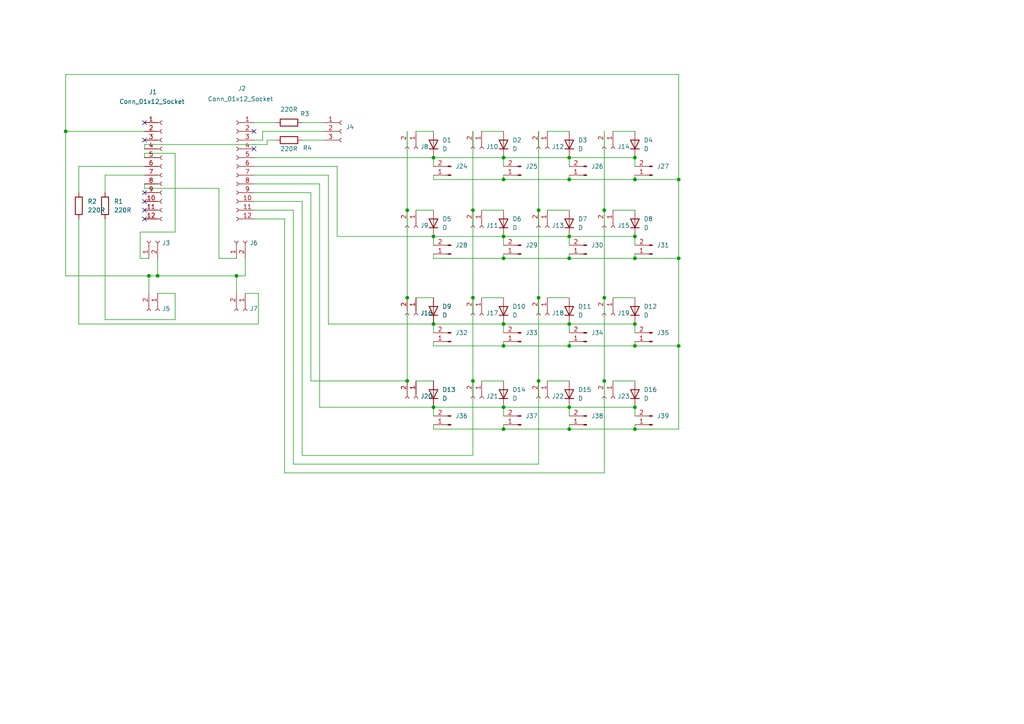
<source format=kicad_sch>
(kicad_sch (version 20231120) (generator "eeschema") (generator_version "8.0")
  (paper "A4")
  (lib_symbols
    (symbol "Connector:Conn_01x02_Pin" (pin_names (offset 1.016) hide)
      (property "Reference" "J" (at 0 2.54 0))
      (property "Value" "Conn_01x02_Pin" (at 0 -5.08 0))
      (symbol "Conn_01x02_Pin_1_1"
        (polyline (pts (xy 1.27 -2.54) (xy 0.8636 -2.54)) (stroke (width 0.1524)))
        (polyline (pts (xy 1.27 0) (xy 0.8636 0)) (stroke (width 0.1524)))
        (rectangle (start 0.8636 -2.413) (end 0 -2.667) (stroke (width 0.1524)) (fill (type outline)))
        (rectangle (start 0.8636 0.127) (end 0 -0.127) (stroke (width 0.1524)) (fill (type outline)))
        (pin passive line (at 5.08 0 180) (length 3.81) (name "Pin_1") (number "1"))
        (pin passive line (at 5.08 -2.54 180) (length 3.81) (name "Pin_2") (number "2"))
      )
    )
    (symbol "Connector:Conn_01x02_Socket" (pin_names (offset 1.016) hide)
      (property "Reference" "J" (at 0 2.54 0))
      (property "Value" "Conn_01x02_Socket" (at 0 -5.08 0))
      (symbol "Conn_01x02_Socket_1_1"
        (arc (start 0 -2.032) (mid -0.5058 -2.54) (end 0 -3.048) (stroke (width 0.1524)))
        (polyline (pts (xy -1.27 -2.54) (xy -0.508 -2.54)) (stroke (width 0.1524)))
        (polyline (pts (xy -1.27 0) (xy -0.508 0)) (stroke (width 0.1524)))
        (arc (start 0 0.508) (mid -0.5058 0) (end 0 -0.508) (stroke (width 0.1524)))
        (pin passive line (at -5.08 0 0) (length 3.81) (name "Pin_1") (number "1"))
        (pin passive line (at -5.08 -2.54 0) (length 3.81) (name "Pin_2") (number "2"))
      )
    )
    (symbol "Connector:Conn_01x03_Socket" (pin_names (offset 1.016) hide)
      (property "Reference" "J" (at 0 5.08 0))
      (property "Value" "Conn_01x03_Socket" (at 0 -5.08 0))
      (symbol "Conn_01x03_Socket_1_1"
        (arc (start 0 -2.032) (mid -0.5058 -2.54) (end 0 -3.048) (stroke (width 0.1524)))
        (polyline (pts (xy -1.27 -2.54) (xy -0.508 -2.54)) (stroke (width 0.1524)))
        (polyline (pts (xy -1.27 0) (xy -0.508 0)) (stroke (width 0.1524)))
        (polyline (pts (xy -1.27 2.54) (xy -0.508 2.54)) (stroke (width 0.1524)))
        (arc (start 0 0.508) (mid -0.5058 0) (end 0 -0.508) (stroke (width 0.1524)))
        (arc (start 0 3.048) (mid -0.5058 2.54) (end 0 2.032) (stroke (width 0.1524)))
        (pin passive line (at -5.08 2.54 0) (length 3.81) (name "Pin_1") (number "1"))
        (pin passive line (at -5.08 0 0) (length 3.81) (name "Pin_2") (number "2"))
        (pin passive line (at -5.08 -2.54 0) (length 3.81) (name "Pin_3") (number "3"))
      )
    )
    (symbol "Connector:Conn_01x12_Socket" (pin_names (offset 1.016) hide)
      (property "Reference" "J" (at 0 15.24 0))
      (property "Value" "Conn_01x12_Socket" (at 0 -17.78 0))
      (symbol "Conn_01x12_Socket_1_1"
        (arc (start 0 -14.732) (mid -0.5058 -15.24) (end 0 -15.748) (stroke (width 0.1524)))
        (arc (start 0 -12.192) (mid -0.5058 -12.7) (end 0 -13.208) (stroke (width 0.1524)))
        (arc (start 0 -9.652) (mid -0.5058 -10.16) (end 0 -10.668) (stroke (width 0.1524)))
        (arc (start 0 -7.112) (mid -0.5058 -7.62) (end 0 -8.128) (stroke (width 0.1524)))
        (arc (start 0 -4.572) (mid -0.5058 -5.08) (end 0 -5.588) (stroke (width 0.1524)))
        (arc (start 0 -2.032) (mid -0.5058 -2.54) (end 0 -3.048) (stroke (width 0.1524)))
        (polyline (pts (xy -1.27 -15.24) (xy -0.508 -15.24)) (stroke (width 0.1524)))
        (polyline (pts (xy -1.27 -12.7) (xy -0.508 -12.7)) (stroke (width 0.1524)))
        (polyline (pts (xy -1.27 -10.16) (xy -0.508 -10.16)) (stroke (width 0.1524)))
        (polyline (pts (xy -1.27 -7.62) (xy -0.508 -7.62)) (stroke (width 0.1524)))
        (polyline (pts (xy -1.27 -5.08) (xy -0.508 -5.08)) (stroke (width 0.1524)))
        (polyline (pts (xy -1.27 -2.54) (xy -0.508 -2.54)) (stroke (width 0.1524)))
        (polyline (pts (xy -1.27 0) (xy -0.508 0)) (stroke (width 0.1524)))
        (polyline (pts (xy -1.27 2.54) (xy -0.508 2.54)) (stroke (width 0.1524)))
        (polyline (pts (xy -1.27 5.08) (xy -0.508 5.08)) (stroke (width 0.1524)))
        (polyline (pts (xy -1.27 7.62) (xy -0.508 7.62)) (stroke (width 0.1524)))
        (polyline (pts (xy -1.27 10.16) (xy -0.508 10.16)) (stroke (width 0.1524)))
        (polyline (pts (xy -1.27 12.7) (xy -0.508 12.7)) (stroke (width 0.1524)))
        (arc (start 0 0.508) (mid -0.5058 0) (end 0 -0.508) (stroke (width 0.1524)))
        (arc (start 0 3.048) (mid -0.5058 2.54) (end 0 2.032) (stroke (width 0.1524)))
        (arc (start 0 5.588) (mid -0.5058 5.08) (end 0 4.572) (stroke (width 0.1524)))
        (arc (start 0 8.128) (mid -0.5058 7.62) (end 0 7.112) (stroke (width 0.1524)))
        (arc (start 0 10.668) (mid -0.5058 10.16) (end 0 9.652) (stroke (width 0.1524)))
        (arc (start 0 13.208) (mid -0.5058 12.7) (end 0 12.192) (stroke (width 0.1524)))
        (pin passive line (at -5.08 12.7 0) (length 3.81) (name "Pin_1") (number "1"))
        (pin passive line (at -5.08 -10.16 0) (length 3.81) (name "Pin_10") (number "10"))
        (pin passive line (at -5.08 -12.7 0) (length 3.81) (name "Pin_11") (number "11"))
        (pin passive line (at -5.08 -15.24 0) (length 3.81) (name "Pin_12") (number "12"))
        (pin passive line (at -5.08 10.16 0) (length 3.81) (name "Pin_2") (number "2"))
        (pin passive line (at -5.08 7.62 0) (length 3.81) (name "Pin_3") (number "3"))
        (pin passive line (at -5.08 5.08 0) (length 3.81) (name "Pin_4") (number "4"))
        (pin passive line (at -5.08 2.54 0) (length 3.81) (name "Pin_5") (number "5"))
        (pin passive line (at -5.08 0 0) (length 3.81) (name "Pin_6") (number "6"))
        (pin passive line (at -5.08 -2.54 0) (length 3.81) (name "Pin_7") (number "7"))
        (pin passive line (at -5.08 -5.08 0) (length 3.81) (name "Pin_8") (number "8"))
        (pin passive line (at -5.08 -7.62 0) (length 3.81) (name "Pin_9") (number "9"))
      )
    )
    (symbol "Device:D" (pin_numbers hide) (pin_names (offset 1.016) hide)
      (property "Reference" "D" (at 0 2.54 0))
      (property "Value" "D" (at 0 -2.54 0))
      (symbol "D_0_1"
        (polyline (pts (xy -1.27 1.27) (xy -1.27 -1.27)) (stroke (width 0.254)))
        (polyline (pts (xy 1.27 0) (xy -1.27 0)))
        (polyline (pts (xy 1.27 1.27) (xy 1.27 -1.27) (xy -1.27 0) (xy 1.27 1.27)) (stroke (width 0.254)))
      )
      (symbol "D_1_1"
        (pin passive line (at -3.81 0 0) (length 2.54) (name "K") (number "1"))
        (pin passive line (at 3.81 0 180) (length 2.54) (name "A") (number "2"))
      )
    )
    (symbol "Device:R" (pin_numbers hide) (pin_names (offset 0))
      (property "Reference" "R" (at 2.032 0 90))
      (property "Value" "R" (at 0 0 90))
      (symbol "R_0_1"
        (rectangle (start -1.016 -2.54) (end 1.016 2.54) (stroke (width 0.254)))
      )
      (symbol "R_1_1"
        (pin passive line (at 0 3.81 270) (length 1.27) (name "~") (number "1"))
        (pin passive line (at 0 -3.81 90) (length 1.27) (name "~") (number "2"))
      )
    )
  )
  (junction (at 184.15 100.33))
  (junction (at 68.58 80.01))
  (junction (at 156.21 60.96))
  (junction (at 196.85 52.07))
  (junction (at 125.73 45.72))
  (junction (at 137.16 60.96))
  (junction (at 156.21 110.49))
  (junction (at 165.1 45.72))
  (junction (at 146.05 118.11))
  (junction (at 137.16 86.36))
  (junction (at 45.72 80.01))
  (junction (at 196.85 74.93))
  (junction (at 165.1 100.33))
  (junction (at 165.1 124.46))
  (junction (at 146.05 124.46))
  (junction (at 184.15 118.11))
  (junction (at 184.15 68.58))
  (junction (at 184.15 74.93))
  (junction (at 184.15 45.72))
  (junction (at 165.1 74.93))
  (junction (at 184.15 52.07))
  (junction (at 125.73 118.11))
  (junction (at 118.11 86.36))
  (junction (at 146.05 93.98))
  (junction (at 184.15 124.46))
  (junction (at 165.1 52.07))
  (junction (at 125.73 93.98))
  (junction (at 165.1 68.58))
  (junction (at 146.05 45.72))
  (junction (at 146.05 74.93))
  (junction (at 175.26 110.49))
  (junction (at 156.21 86.36))
  (junction (at 137.16 110.49))
  (junction (at 146.05 100.33))
  (junction (at 125.73 68.58))
  (junction (at 175.26 86.36))
  (junction (at 19.05 38.1))
  (junction (at 118.11 110.49))
  (junction (at 43.18 80.01))
  (junction (at 165.1 93.98))
  (junction (at 165.1 118.11))
  (junction (at 146.05 68.58))
  (junction (at 196.85 100.33))
  (junction (at 184.15 93.98))
  (junction (at 118.11 60.96))
  (junction (at 175.26 60.96))
  (junction (at 146.05 52.07))
  (no_connect (at 41.91 60.96))
  (no_connect (at 73.66 38.1))
  (no_connect (at 41.91 55.88))
  (no_connect (at 41.91 58.42))
  (no_connect (at 41.91 40.64))
  (no_connect (at 73.66 43.18))
  (no_connect (at 41.91 35.56))
  (no_connect (at 41.91 63.5))
  (wire (pts (xy 125.73 73.66) (xy 125.73 74.93)))
  (wire (pts (xy 175.26 86.36) (xy 175.26 110.49)))
  (wire (pts (xy 77.47 41.91) (xy 41.91 41.91)))
  (wire (pts (xy 40.64 74.93) (xy 40.64 67.31)))
  (wire (pts (xy 184.15 124.46) (xy 196.85 124.46)))
  (wire (pts (xy 87.63 35.56) (xy 93.98 35.56)))
  (wire (pts (xy 22.86 63.5) (xy 22.86 93.98)))
  (wire (pts (xy 82.55 63.5) (xy 82.55 137.16)))
  (wire (pts (xy 146.05 50.8) (xy 146.05 52.07)))
  (wire (pts (xy 95.25 50.8) (xy 95.25 93.98)))
  (wire (pts (xy 71.12 85.09) (xy 74.93 85.09)))
  (wire (pts (xy 41.91 50.8) (xy 30.48 50.8)))
  (wire (pts (xy 184.15 45.72) (xy 184.15 48.26)))
  (wire (pts (xy 146.05 99.06) (xy 146.05 100.33)))
  (wire (pts (xy 196.85 100.33) (xy 196.85 74.93)))
  (wire (pts (xy 41.91 45.72) (xy 41.91 44.45)))
  (wire (pts (xy 73.66 45.72) (xy 125.73 45.72)))
  (wire (pts (xy 137.16 110.49) (xy 137.16 132.08)))
  (wire (pts (xy 175.26 60.96) (xy 175.26 86.36)))
  (wire (pts (xy 125.73 124.46) (xy 146.05 124.46)))
  (wire (pts (xy 165.1 45.72) (xy 184.15 45.72)))
  (wire (pts (xy 41.91 38.1) (xy 19.05 38.1)))
  (wire (pts (xy 146.05 52.07) (xy 165.1 52.07)))
  (wire (pts (xy 184.15 50.8) (xy 184.15 52.07)))
  (wire (pts (xy 93.98 38.1) (xy 76.2 38.1)))
  (wire (pts (xy 165.1 124.46) (xy 184.15 124.46)))
  (wire (pts (xy 165.1 73.66) (xy 165.1 74.93)))
  (wire (pts (xy 43.18 80.01) (xy 45.72 80.01)))
  (wire (pts (xy 184.15 100.33) (xy 196.85 100.33)))
  (wire (pts (xy 125.73 74.93) (xy 146.05 74.93)))
  (wire (pts (xy 146.05 118.11) (xy 146.05 120.65)))
  (wire (pts (xy 22.86 93.98) (xy 74.93 93.98)))
  (wire (pts (xy 71.12 74.93) (xy 71.12 80.01)))
  (wire (pts (xy 196.85 74.93) (xy 196.85 52.07)))
  (wire (pts (xy 177.8 110.49) (xy 184.15 110.49)))
  (wire (pts (xy 158.75 60.96) (xy 165.1 60.96)))
  (wire (pts (xy 139.7 60.96) (xy 146.05 60.96)))
  (wire (pts (xy 45.72 80.01) (xy 68.58 80.01)))
  (wire (pts (xy 146.05 68.58) (xy 165.1 68.58)))
  (wire (pts (xy 156.21 86.36) (xy 156.21 110.49)))
  (wire (pts (xy 41.91 53.34) (xy 41.91 54.61)))
  (wire (pts (xy 175.26 110.49) (xy 175.26 137.16)))
  (wire (pts (xy 97.79 48.26) (xy 97.79 68.58)))
  (wire (pts (xy 125.73 45.72) (xy 125.73 48.26)))
  (wire (pts (xy 85.09 60.96) (xy 73.66 60.96)))
  (wire (pts (xy 165.1 68.58) (xy 165.1 71.12)))
  (wire (pts (xy 184.15 123.19) (xy 184.15 124.46)))
  (wire (pts (xy 120.65 110.49) (xy 125.73 110.49)))
  (wire (pts (xy 41.91 44.45) (xy 50.8 44.45)))
  (wire (pts (xy 165.1 123.19) (xy 165.1 124.46)))
  (wire (pts (xy 177.8 38.1) (xy 184.15 38.1)))
  (wire (pts (xy 165.1 52.07) (xy 184.15 52.07)))
  (wire (pts (xy 77.47 40.64) (xy 77.47 41.91)))
  (wire (pts (xy 118.11 38.1) (xy 118.11 60.96)))
  (wire (pts (xy 19.05 21.59) (xy 19.05 38.1)))
  (wire (pts (xy 165.1 99.06) (xy 165.1 100.33)))
  (wire (pts (xy 87.63 40.64) (xy 93.98 40.64)))
  (wire (pts (xy 50.8 85.09) (xy 45.72 85.09)))
  (wire (pts (xy 146.05 100.33) (xy 165.1 100.33)))
  (wire (pts (xy 120.65 38.1) (xy 125.73 38.1)))
  (wire (pts (xy 95.25 93.98) (xy 125.73 93.98)))
  (wire (pts (xy 19.05 38.1) (xy 19.05 80.01)))
  (wire (pts (xy 120.65 86.36) (xy 125.73 86.36)))
  (wire (pts (xy 137.16 38.1) (xy 137.16 60.96)))
  (wire (pts (xy 76.2 40.64) (xy 73.66 40.64)))
  (wire (pts (xy 68.58 80.01) (xy 68.58 85.09)))
  (wire (pts (xy 137.16 60.96) (xy 137.16 86.36)))
  (wire (pts (xy 92.71 118.11) (xy 125.73 118.11)))
  (wire (pts (xy 125.73 123.19) (xy 125.73 124.46)))
  (wire (pts (xy 41.91 54.61) (xy 63.5 54.61)))
  (wire (pts (xy 73.66 35.56) (xy 80.01 35.56)))
  (wire (pts (xy 175.26 38.1) (xy 175.26 60.96)))
  (wire (pts (xy 165.1 100.33) (xy 184.15 100.33)))
  (wire (pts (xy 73.66 50.8) (xy 95.25 50.8)))
  (wire (pts (xy 146.05 45.72) (xy 146.05 48.26)))
  (wire (pts (xy 125.73 68.58) (xy 125.73 71.12)))
  (wire (pts (xy 90.17 55.88) (xy 90.17 110.49)))
  (wire (pts (xy 82.55 137.16) (xy 175.26 137.16)))
  (wire (pts (xy 68.58 80.01) (xy 71.12 80.01)))
  (wire (pts (xy 125.73 50.8) (xy 125.73 52.07)))
  (wire (pts (xy 85.09 134.62) (xy 156.21 134.62)))
  (wire (pts (xy 125.73 68.58) (xy 146.05 68.58)))
  (wire (pts (xy 41.91 41.91) (xy 41.91 43.18)))
  (wire (pts (xy 125.73 118.11) (xy 146.05 118.11)))
  (wire (pts (xy 165.1 50.8) (xy 165.1 52.07)))
  (wire (pts (xy 19.05 80.01) (xy 43.18 80.01)))
  (wire (pts (xy 73.66 53.34) (xy 92.71 53.34)))
  (wire (pts (xy 73.66 63.5) (xy 82.55 63.5)))
  (wire (pts (xy 165.1 118.11) (xy 184.15 118.11)))
  (wire (pts (xy 184.15 52.07) (xy 196.85 52.07)))
  (wire (pts (xy 184.15 93.98) (xy 184.15 96.52)))
  (wire (pts (xy 30.48 63.5) (xy 30.48 92.71)))
  (wire (pts (xy 118.11 60.96) (xy 118.11 86.36)))
  (wire (pts (xy 92.71 53.34) (xy 92.71 118.11)))
  (wire (pts (xy 125.73 100.33) (xy 146.05 100.33)))
  (wire (pts (xy 177.8 86.36) (xy 184.15 86.36)))
  (wire (pts (xy 22.86 48.26) (xy 22.86 55.88)))
  (wire (pts (xy 184.15 68.58) (xy 184.15 71.12)))
  (wire (pts (xy 139.7 38.1) (xy 146.05 38.1)))
  (wire (pts (xy 156.21 110.49) (xy 156.21 134.62)))
  (wire (pts (xy 85.09 60.96) (xy 85.09 134.62)))
  (wire (pts (xy 146.05 73.66) (xy 146.05 74.93)))
  (wire (pts (xy 196.85 124.46) (xy 196.85 100.33)))
  (wire (pts (xy 146.05 45.72) (xy 165.1 45.72)))
  (wire (pts (xy 146.05 123.19) (xy 146.05 124.46)))
  (wire (pts (xy 146.05 93.98) (xy 165.1 93.98)))
  (wire (pts (xy 125.73 99.06) (xy 125.73 100.33)))
  (wire (pts (xy 118.11 86.36) (xy 118.11 110.49)))
  (wire (pts (xy 125.73 93.98) (xy 146.05 93.98)))
  (wire (pts (xy 125.73 45.72) (xy 146.05 45.72)))
  (wire (pts (xy 40.64 67.31) (xy 50.8 67.31)))
  (wire (pts (xy 50.8 92.71) (xy 50.8 85.09)))
  (wire (pts (xy 73.66 55.88) (xy 90.17 55.88)))
  (wire (pts (xy 165.1 74.93) (xy 184.15 74.93)))
  (wire (pts (xy 30.48 50.8) (xy 30.48 55.88)))
  (wire (pts (xy 146.05 68.58) (xy 146.05 71.12)))
  (wire (pts (xy 125.73 52.07) (xy 146.05 52.07)))
  (wire (pts (xy 30.48 92.71) (xy 50.8 92.71)))
  (wire (pts (xy 139.7 86.36) (xy 146.05 86.36)))
  (wire (pts (xy 146.05 118.11) (xy 165.1 118.11)))
  (wire (pts (xy 87.63 132.08) (xy 137.16 132.08)))
  (wire (pts (xy 45.72 74.93) (xy 45.72 80.01)))
  (wire (pts (xy 76.2 38.1) (xy 76.2 40.64)))
  (wire (pts (xy 73.66 48.26) (xy 97.79 48.26)))
  (wire (pts (xy 63.5 54.61) (xy 63.5 74.93)))
  (wire (pts (xy 196.85 21.59) (xy 19.05 21.59)))
  (wire (pts (xy 74.93 85.09) (xy 74.93 93.98)))
  (wire (pts (xy 139.7 110.49) (xy 146.05 110.49)))
  (wire (pts (xy 80.01 40.64) (xy 77.47 40.64)))
  (wire (pts (xy 184.15 74.93) (xy 196.85 74.93)))
  (wire (pts (xy 120.65 60.96) (xy 125.73 60.96)))
  (wire (pts (xy 165.1 118.11) (xy 165.1 120.65)))
  (wire (pts (xy 196.85 52.07) (xy 196.85 21.59)))
  (wire (pts (xy 158.75 38.1) (xy 165.1 38.1)))
  (wire (pts (xy 125.73 118.11) (xy 125.73 120.65)))
  (wire (pts (xy 68.58 74.93) (xy 63.5 74.93)))
  (wire (pts (xy 137.16 86.36) (xy 137.16 110.49)))
  (wire (pts (xy 177.8 60.96) (xy 184.15 60.96)))
  (wire (pts (xy 146.05 124.46) (xy 165.1 124.46)))
  (wire (pts (xy 43.18 80.01) (xy 43.18 85.09)))
  (wire (pts (xy 165.1 93.98) (xy 184.15 93.98)))
  (wire (pts (xy 165.1 45.72) (xy 165.1 48.26)))
  (wire (pts (xy 125.73 93.98) (xy 125.73 96.52)))
  (wire (pts (xy 165.1 68.58) (xy 184.15 68.58)))
  (wire (pts (xy 43.18 74.93) (xy 40.64 74.93)))
  (wire (pts (xy 184.15 73.66) (xy 184.15 74.93)))
  (wire (pts (xy 165.1 93.98) (xy 165.1 96.52)))
  (wire (pts (xy 87.63 58.42) (xy 87.63 132.08)))
  (wire (pts (xy 184.15 118.11) (xy 184.15 120.65)))
  (wire (pts (xy 184.15 99.06) (xy 184.15 100.33)))
  (wire (pts (xy 146.05 74.93) (xy 165.1 74.93)))
  (wire (pts (xy 146.05 93.98) (xy 146.05 96.52)))
  (wire (pts (xy 50.8 44.45) (xy 50.8 67.31)))
  (wire (pts (xy 156.21 60.96) (xy 156.21 86.36)))
  (wire (pts (xy 156.21 38.1) (xy 156.21 60.96)))
  (wire (pts (xy 90.17 110.49) (xy 118.11 110.49)))
  (wire (pts (xy 73.66 58.42) (xy 87.63 58.42)))
  (wire (pts (xy 158.75 86.36) (xy 165.1 86.36)))
  (wire (pts (xy 158.75 110.49) (xy 165.1 110.49)))
  (wire (pts (xy 41.91 48.26) (xy 22.86 48.26)))
  (wire (pts (xy 97.79 68.58) (xy 125.73 68.58)))
  (symbol (lib_id "Device:R") (at 30.48 59.69 0) (unit 1)
    (property "Reference" "R1" (at 33.02 58.4199 0) (effects (justify left)))
    (property "Value" "220R" (at 33.02 60.9599 0) (effects (justify left)))
    (property "Footprint" "Resistor_THT:R_Axial_DIN0204_L3.6mm_D1.6mm_P5.08mm_Horizontal" (effects (hide yes)))
    (property "Description" "Resistor" (effects (hide yes)))
  )
  (symbol (lib_id "Connector:Conn_01x02_Socket") (at 139.7 43.18 270) (unit 1)
    (property "Reference" "J10" (at 140.97 42.5449 90) (effects (justify left)))
    (property "Value" "Conn_01x02_Socket" (effects (hide yes)))
    (property "Footprint" "Connector_JST:JST_EH_B2B-EH-A_1x02_P2.50mm_Vertical" (effects (hide yes)))
    (property "Description" "Generic connector, single row, 01x02, script generated" (effects (hide yes)))
  )
  (symbol (lib_id "Connector:Conn_01x02_Socket") (at 45.72 90.17 270) (unit 1)
    (property "Reference" "J5" (at 46.99 89.5349 90) (effects (justify left)))
    (property "Value" "Conn_01x02_Socket" (effects (hide yes)))
    (property "Footprint" "Connector_JST:JST_EH_B2B-EH-A_1x02_P2.50mm_Vertical" (effects (hide yes)))
    (property "Description" "Generic connector, single row, 01x02, script generated" (effects (hide yes)))
  )
  (symbol (lib_id "Connector:Conn_01x02_Pin") (at 151.13 99.06 180) (unit 1)
    (property "Reference" "J33" (at 152.4 96.5199 0) (effects (justify right)))
    (property "Value" "Conn_01x02_Pin" (effects (hide yes)))
    (property "Footprint" "Connector_PinSocket_2.54mm:PinSocket_1x02_P2.54mm_Vertical" (effects (hide yes)))
    (property "Description" "Generic connector, single row, 01x02, script generated" (effects (hide yes)))
  )
  (symbol (lib_id "Connector:Conn_01x02_Pin") (at 189.23 99.06 180) (unit 1)
    (property "Reference" "J35" (at 190.5 96.5199 0) (effects (justify right)))
    (property "Value" "Conn_01x02_Pin" (effects (hide yes)))
    (property "Footprint" "Connector_PinSocket_2.54mm:PinSocket_1x02_P2.54mm_Vertical" (effects (hide yes)))
    (property "Description" "Generic connector, single row, 01x02, script generated" (effects (hide yes)))
  )
  (symbol (lib_id "Device:R") (at 22.86 59.69 0) (unit 1)
    (property "Reference" "R2" (at 25.4 58.4199 0) (effects (justify left)))
    (property "Value" "220R" (at 25.4 60.9599 0) (effects (justify left)))
    (property "Footprint" "Resistor_THT:R_Axial_DIN0204_L3.6mm_D1.6mm_P5.08mm_Horizontal" (effects (hide yes)))
    (property "Description" "Resistor" (effects (hide yes)))
  )
  (symbol (lib_id "Connector:Conn_01x02_Socket") (at 71.12 90.17 270) (unit 1)
    (property "Reference" "J7" (at 72.39 89.5349 90) (effects (justify left)))
    (property "Value" "Conn_01x02_Socket" (effects (hide yes)))
    (property "Footprint" "Connector_JST:JST_EH_B2B-EH-A_1x02_P2.50mm_Vertical" (effects (hide yes)))
    (property "Description" "Generic connector, single row, 01x02, script generated" (effects (hide yes)))
  )
  (symbol (lib_id "Connector:Conn_01x02_Pin") (at 189.23 123.19 180) (unit 1)
    (property "Reference" "J39" (at 190.5 120.6499 0) (effects (justify right)))
    (property "Value" "Conn_01x02_Pin" (effects (hide yes)))
    (property "Footprint" "Connector_PinSocket_2.54mm:PinSocket_1x02_P2.54mm_Vertical" (effects (hide yes)))
    (property "Description" "Generic connector, single row, 01x02, script generated" (effects (hide yes)))
  )
  (symbol (lib_id "Connector:Conn_01x02_Pin") (at 189.23 50.8 180) (unit 1)
    (property "Reference" "J27" (at 190.5 48.2599 0) (effects (justify right)))
    (property "Value" "Conn_01x02_Pin" (effects (hide yes)))
    (property "Footprint" "Connector_PinSocket_2.54mm:PinSocket_1x02_P2.54mm_Vertical" (effects (hide yes)))
    (property "Description" "Generic connector, single row, 01x02, script generated" (effects (hide yes)))
  )
  (symbol (lib_id "Device:D") (at 125.73 90.17 90) (unit 1)
    (property "Reference" "D9" (at 128.27 88.8999 90) (effects (justify right)))
    (property "Value" "D" (at 128.27 91.4399 90) (effects (justify right)))
    (property "Footprint" "Diode_THT:D_T-1_P5.08mm_Horizontal" (effects (hide yes)))
    (property "Description" "Diode" (effects (hide yes)))
    (property "Sim.Device" "D" (effects (hide yes)))
    (property "Sim.Pins" "1=K 2=A" (effects (hide yes)))
  )
  (symbol (lib_id "Connector:Conn_01x02_Socket") (at 120.65 91.44 270) (unit 1)
    (property "Reference" "J16" (at 121.92 90.8049 90) (effects (justify left)))
    (property "Value" "Conn_01x02_Socket" (effects (hide yes)))
    (property "Footprint" "Connector_JST:JST_EH_B2B-EH-A_1x02_P2.50mm_Vertical" (effects (hide yes)))
    (property "Description" "Generic connector, single row, 01x02, script generated" (effects (hide yes)))
  )
  (symbol (lib_id "Device:R") (at 83.82 35.56 90) (unit 1)
    (property "Reference" "R3" (at 88.392 33.02 90))
    (property "Value" "220R" (at 83.82 31.75 90))
    (property "Footprint" "Resistor_THT:R_Axial_DIN0204_L3.6mm_D1.6mm_P5.08mm_Horizontal" (effects (hide yes)))
    (property "Description" "Resistor" (effects (hide yes)))
  )
  (symbol (lib_id "Connector:Conn_01x02_Socket") (at 68.58 69.85 90) (unit 1)
    (property "Reference" "J6" (at 72.39 70.4849 90) (effects (justify right)))
    (property "Value" "Conn_01x02_Socket" (effects (hide yes)))
    (property "Footprint" "Connector_JST:JST_EH_B2B-EH-A_1x02_P2.50mm_Vertical" (effects (hide yes)))
    (property "Description" "Generic connector, single row, 01x02, script generated" (effects (hide yes)))
  )
  (symbol (lib_id "Connector:Conn_01x12_Socket") (at 68.58 48.26 0) (mirror y) (unit 1)
    (property "Reference" "J2" (at 71.374 25.654 0) (effects (justify left)))
    (property "Value" "Conn_01x12_Socket" (at 79.248 28.702 0) (effects (justify left)))
    (property "Footprint" "Connector_PinSocket_2.54mm:PinSocket_1x12_P2.54mm_Vertical" (effects (hide yes)))
    (property "Description" "Generic connector, single row, 01x12, script generated" (effects (hide yes)))
  )
  (symbol (lib_id "Connector:Conn_01x02_Socket") (at 177.8 91.44 270) (unit 1)
    (property "Reference" "J19" (at 179.07 90.8049 90) (effects (justify left)))
    (property "Value" "Conn_01x02_Socket" (effects (hide yes)))
    (property "Footprint" "Connector_JST:JST_EH_B2B-EH-A_1x02_P2.50mm_Vertical" (effects (hide yes)))
    (property "Description" "Generic connector, single row, 01x02, script generated" (effects (hide yes)))
  )
  (symbol (lib_id "Connector:Conn_01x02_Pin") (at 189.23 73.66 180) (unit 1)
    (property "Reference" "J31" (at 190.5 71.1199 0) (effects (justify right)))
    (property "Value" "Conn_01x02_Pin" (effects (hide yes)))
    (property "Footprint" "Connector_PinSocket_2.54mm:PinSocket_1x02_P2.54mm_Vertical" (effects (hide yes)))
    (property "Description" "Generic connector, single row, 01x02, script generated" (effects (hide yes)))
  )
  (symbol (lib_id "Device:D") (at 146.05 114.3 90) (unit 1)
    (property "Reference" "D14" (at 148.59 113.0299 90) (effects (justify right)))
    (property "Value" "D" (at 148.59 115.5699 90) (effects (justify right)))
    (property "Footprint" "Diode_THT:D_T-1_P5.08mm_Horizontal" (effects (hide yes)))
    (property "Description" "Diode" (effects (hide yes)))
    (property "Sim.Device" "D" (effects (hide yes)))
    (property "Sim.Pins" "1=K 2=A" (effects (hide yes)))
  )
  (symbol (lib_id "Connector:Conn_01x02_Socket") (at 177.8 115.57 270) (unit 1)
    (property "Reference" "J23" (at 179.07 114.9349 90) (effects (justify left)))
    (property "Value" "Conn_01x02_Socket" (effects (hide yes)))
    (property "Footprint" "Connector_JST:JST_EH_B2B-EH-A_1x02_P2.50mm_Vertical" (effects (hide yes)))
    (property "Description" "Generic connector, single row, 01x02, script generated" (effects (hide yes)))
  )
  (symbol (lib_id "Connector:Conn_01x02_Socket") (at 177.8 66.04 270) (unit 1)
    (property "Reference" "J15" (at 179.07 65.4049 90) (effects (justify left)))
    (property "Value" "Conn_01x02_Socket" (effects (hide yes)))
    (property "Footprint" "Connector_JST:JST_EH_B2B-EH-A_1x02_P2.50mm_Vertical" (effects (hide yes)))
    (property "Description" "Generic connector, single row, 01x02, script generated" (effects (hide yes)))
  )
  (symbol (lib_id "Connector:Conn_01x02_Socket") (at 120.65 43.18 270) (unit 1)
    (property "Reference" "J8" (at 121.92 42.5449 90) (effects (justify left)))
    (property "Value" "Conn_01x02_Socket" (effects (hide yes)))
    (property "Footprint" "Connector_JST:JST_EH_B2B-EH-A_1x02_P2.50mm_Vertical" (effects (hide yes)))
    (property "Description" "Generic connector, single row, 01x02, script generated" (effects (hide yes)))
  )
  (symbol (lib_id "Device:D") (at 165.1 64.77 90) (unit 1)
    (property "Reference" "D7" (at 167.64 63.4999 90) (effects (justify right)))
    (property "Value" "D" (at 167.64 66.0399 90) (effects (justify right)))
    (property "Footprint" "Diode_THT:D_T-1_P5.08mm_Horizontal" (effects (hide yes)))
    (property "Description" "Diode" (effects (hide yes)))
    (property "Sim.Device" "D" (effects (hide yes)))
    (property "Sim.Pins" "1=K 2=A" (effects (hide yes)))
  )
  (symbol (lib_id "Connector:Conn_01x02_Pin") (at 130.81 123.19 180) (unit 1)
    (property "Reference" "J36" (at 132.08 120.6499 0) (effects (justify right)))
    (property "Value" "Conn_01x02_Pin" (effects (hide yes)))
    (property "Footprint" "Connector_PinSocket_2.54mm:PinSocket_1x02_P2.54mm_Vertical" (effects (hide yes)))
    (property "Description" "Generic connector, single row, 01x02, script generated" (effects (hide yes)))
  )
  (symbol (lib_id "Device:D") (at 125.73 64.77 90) (unit 1)
    (property "Reference" "D5" (at 128.27 63.4999 90) (effects (justify right)))
    (property "Value" "D" (at 128.27 66.0399 90) (effects (justify right)))
    (property "Footprint" "Diode_THT:D_T-1_P5.08mm_Horizontal" (effects (hide yes)))
    (property "Description" "Diode" (effects (hide yes)))
    (property "Sim.Device" "D" (effects (hide yes)))
    (property "Sim.Pins" "1=K 2=A" (effects (hide yes)))
  )
  (symbol (lib_id "Connector:Conn_01x02_Pin") (at 151.13 50.8 180) (unit 1)
    (property "Reference" "J25" (at 152.4 48.2599 0) (effects (justify right)))
    (property "Value" "Conn_01x02_Pin" (effects (hide yes)))
    (property "Footprint" "Connector_PinSocket_2.54mm:PinSocket_1x02_P2.54mm_Vertical" (effects (hide yes)))
    (property "Description" "Generic connector, single row, 01x02, script generated" (effects (hide yes)))
  )
  (symbol (lib_id "Connector:Conn_01x02_Pin") (at 151.13 73.66 180) (unit 1)
    (property "Reference" "J29" (at 152.4 71.1199 0) (effects (justify right)))
    (property "Value" "Conn_01x02_Pin" (effects (hide yes)))
    (property "Footprint" "Connector_PinSocket_2.54mm:PinSocket_1x02_P2.54mm_Vertical" (effects (hide yes)))
    (property "Description" "Generic connector, single row, 01x02, script generated" (effects (hide yes)))
  )
  (symbol (lib_id "Connector:Conn_01x03_Socket") (at 99.06 38.1 0) (unit 1)
    (property "Reference" "J4" (at 100.33 36.8299 0) (effects (justify left)))
    (property "Value" "Conn_01x03_Socket" (effects (hide yes)))
    (property "Footprint" "Connector_JST:JST_EH_B3B-EH-A_1x03_P2.50mm_Vertical" (effects (hide yes)))
    (property "Description" "Generic connector, single row, 01x03, script generated" (effects (hide yes)))
  )
  (symbol (lib_id "Device:D") (at 184.15 90.17 90) (unit 1)
    (property "Reference" "D12" (at 186.69 88.8999 90) (effects (justify right)))
    (property "Value" "D" (at 186.69 91.4399 90) (effects (justify right)))
    (property "Footprint" "Diode_THT:D_T-1_P5.08mm_Horizontal" (effects (hide yes)))
    (property "Description" "Diode" (effects (hide yes)))
    (property "Sim.Device" "D" (effects (hide yes)))
    (property "Sim.Pins" "1=K 2=A" (effects (hide yes)))
  )
  (symbol (lib_id "Device:D") (at 165.1 90.17 90) (unit 1)
    (property "Reference" "D11" (at 167.64 88.8999 90) (effects (justify right)))
    (property "Value" "D" (at 167.64 91.4399 90) (effects (justify right)))
    (property "Footprint" "Diode_THT:D_T-1_P5.08mm_Horizontal" (effects (hide yes)))
    (property "Description" "Diode" (effects (hide yes)))
    (property "Sim.Device" "D" (effects (hide yes)))
    (property "Sim.Pins" "1=K 2=A" (effects (hide yes)))
  )
  (symbol (lib_id "Connector:Conn_01x02_Socket") (at 139.7 91.44 270) (unit 1)
    (property "Reference" "J17" (at 140.97 90.8049 90) (effects (justify left)))
    (property "Value" "Conn_01x02_Socket" (effects (hide yes)))
    (property "Footprint" "Connector_JST:JST_EH_B2B-EH-A_1x02_P2.50mm_Vertical" (effects (hide yes)))
    (property "Description" "Generic connector, single row, 01x02, script generated" (effects (hide yes)))
  )
  (symbol (lib_id "Device:D") (at 125.73 41.91 90) (unit 1)
    (property "Reference" "D1" (at 128.27 40.6399 90) (effects (justify right)))
    (property "Value" "D" (at 128.27 43.1799 90) (effects (justify right)))
    (property "Footprint" "Diode_THT:D_T-1_P5.08mm_Horizontal" (effects (hide yes)))
    (property "Description" "Diode" (effects (hide yes)))
    (property "Sim.Device" "D" (effects (hide yes)))
    (property "Sim.Pins" "1=K 2=A" (effects (hide yes)))
  )
  (symbol (lib_id "Connector:Conn_01x02_Socket") (at 120.65 66.04 270) (unit 1)
    (property "Reference" "J9" (at 121.92 65.4049 90) (effects (justify left)))
    (property "Value" "Conn_01x02_Socket" (effects (hide yes)))
    (property "Footprint" "Connector_JST:JST_EH_B2B-EH-A_1x02_P2.50mm_Vertical" (effects (hide yes)))
    (property "Description" "Generic connector, single row, 01x02, script generated" (effects (hide yes)))
  )
  (symbol (lib_id "Connector:Conn_01x02_Pin") (at 170.18 99.06 180) (unit 1)
    (property "Reference" "J34" (at 171.45 96.5199 0) (effects (justify right)))
    (property "Value" "Conn_01x02_Pin" (effects (hide yes)))
    (property "Footprint" "Connector_PinSocket_2.54mm:PinSocket_1x02_P2.54mm_Vertical" (effects (hide yes)))
    (property "Description" "Generic connector, single row, 01x02, script generated" (effects (hide yes)))
  )
  (symbol (lib_id "Device:D") (at 146.05 41.91 90) (unit 1)
    (property "Reference" "D2" (at 148.59 40.6399 90) (effects (justify right)))
    (property "Value" "D" (at 148.59 43.1799 90) (effects (justify right)))
    (property "Footprint" "Diode_THT:D_T-1_P5.08mm_Horizontal" (effects (hide yes)))
    (property "Description" "Diode" (effects (hide yes)))
    (property "Sim.Device" "D" (effects (hide yes)))
    (property "Sim.Pins" "1=K 2=A" (effects (hide yes)))
  )
  (symbol (lib_id "Connector:Conn_01x02_Socket") (at 120.65 115.57 270) (unit 1)
    (property "Reference" "J20" (at 121.92 114.9349 90) (effects (justify left)))
    (property "Value" "Conn_01x02_Socket" (effects (hide yes)))
    (property "Footprint" "Connector_JST:JST_EH_B2B-EH-A_1x02_P2.50mm_Vertical" (effects (hide yes)))
    (property "Description" "Generic connector, single row, 01x02, script generated" (effects (hide yes)))
  )
  (symbol (lib_id "Connector:Conn_01x02_Socket") (at 139.7 66.04 270) (unit 1)
    (property "Reference" "J11" (at 140.97 65.4049 90) (effects (justify left)))
    (property "Value" "Conn_01x02_Socket" (effects (hide yes)))
    (property "Footprint" "Connector_JST:JST_EH_B2B-EH-A_1x02_P2.50mm_Vertical" (effects (hide yes)))
    (property "Description" "Generic connector, single row, 01x02, script generated" (effects (hide yes)))
  )
  (symbol (lib_id "Connector:Conn_01x02_Pin") (at 170.18 123.19 180) (unit 1)
    (property "Reference" "J38" (at 171.45 120.6499 0) (effects (justify right)))
    (property "Value" "Conn_01x02_Pin" (effects (hide yes)))
    (property "Footprint" "Connector_PinSocket_2.54mm:PinSocket_1x02_P2.54mm_Vertical" (effects (hide yes)))
    (property "Description" "Generic connector, single row, 01x02, script generated" (effects (hide yes)))
  )
  (symbol (lib_id "Connector:Conn_01x02_Socket") (at 158.75 43.18 270) (unit 1)
    (property "Reference" "J12" (at 160.02 42.5449 90) (effects (justify left)))
    (property "Value" "Conn_01x02_Socket" (effects (hide yes)))
    (property "Footprint" "Connector_JST:JST_EH_B2B-EH-A_1x02_P2.50mm_Vertical" (effects (hide yes)))
    (property "Description" "Generic connector, single row, 01x02, script generated" (effects (hide yes)))
  )
  (symbol (lib_id "Device:D") (at 184.15 64.77 90) (unit 1)
    (property "Reference" "D8" (at 186.69 63.4999 90) (effects (justify right)))
    (property "Value" "D" (at 186.69 66.0399 90) (effects (justify right)))
    (property "Footprint" "Diode_THT:D_T-1_P5.08mm_Horizontal" (effects (hide yes)))
    (property "Description" "Diode" (effects (hide yes)))
    (property "Sim.Device" "D" (effects (hide yes)))
    (property "Sim.Pins" "1=K 2=A" (effects (hide yes)))
  )
  (symbol (lib_id "Device:D") (at 184.15 114.3 90) (unit 1)
    (property "Reference" "D16" (at 186.69 113.0299 90) (effects (justify right)))
    (property "Value" "D" (at 186.69 115.5699 90) (effects (justify right)))
    (property "Footprint" "Diode_THT:D_T-1_P5.08mm_Horizontal" (effects (hide yes)))
    (property "Description" "Diode" (effects (hide yes)))
    (property "Sim.Device" "D" (effects (hide yes)))
    (property "Sim.Pins" "1=K 2=A" (effects (hide yes)))
  )
  (symbol (lib_id "Device:D") (at 165.1 114.3 90) (unit 1)
    (property "Reference" "D15" (at 167.64 113.0299 90) (effects (justify right)))
    (property "Value" "D" (at 167.64 115.5699 90) (effects (justify right)))
    (property "Footprint" "Diode_THT:D_T-1_P5.08mm_Horizontal" (effects (hide yes)))
    (property "Description" "Diode" (effects (hide yes)))
    (property "Sim.Device" "D" (effects (hide yes)))
    (property "Sim.Pins" "1=K 2=A" (effects (hide yes)))
  )
  (symbol (lib_id "Connector:Conn_01x02_Socket") (at 139.7 115.57 270) (unit 1)
    (property "Reference" "J21" (at 140.97 114.9349 90) (effects (justify left)))
    (property "Value" "Conn_01x02_Socket" (effects (hide yes)))
    (property "Footprint" "Connector_JST:JST_EH_B2B-EH-A_1x02_P2.50mm_Vertical" (effects (hide yes)))
    (property "Description" "Generic connector, single row, 01x02, script generated" (effects (hide yes)))
  )
  (symbol (lib_id "Connector:Conn_01x02_Pin") (at 170.18 73.66 180) (unit 1)
    (property "Reference" "J30" (at 171.45 71.1199 0) (effects (justify right)))
    (property "Value" "Conn_01x02_Pin" (effects (hide yes)))
    (property "Footprint" "Connector_PinSocket_2.54mm:PinSocket_1x02_P2.54mm_Vertical" (effects (hide yes)))
    (property "Description" "Generic connector, single row, 01x02, script generated" (effects (hide yes)))
  )
  (symbol (lib_id "Connector:Conn_01x02_Pin") (at 130.81 99.06 180) (unit 1)
    (property "Reference" "J32" (at 132.08 96.5199 0) (effects (justify right)))
    (property "Value" "Conn_01x02_Pin" (effects (hide yes)))
    (property "Footprint" "Connector_PinSocket_2.54mm:PinSocket_1x02_P2.54mm_Vertical" (effects (hide yes)))
    (property "Description" "Generic connector, single row, 01x02, script generated" (effects (hide yes)))
  )
  (symbol (lib_id "Connector:Conn_01x02_Socket") (at 158.75 91.44 270) (unit 1)
    (property "Reference" "J18" (at 160.02 90.8049 90) (effects (justify left)))
    (property "Value" "Conn_01x02_Socket" (effects (hide yes)))
    (property "Footprint" "Connector_JST:JST_EH_B2B-EH-A_1x02_P2.50mm_Vertical" (effects (hide yes)))
    (property "Description" "Generic connector, single row, 01x02, script generated" (effects (hide yes)))
  )
  (symbol (lib_id "Device:D") (at 125.73 114.3 90) (unit 1)
    (property "Reference" "D13" (at 128.27 113.0299 90) (effects (justify right)))
    (property "Value" "D" (at 128.27 115.5699 90) (effects (justify right)))
    (property "Footprint" "Diode_THT:D_T-1_P5.08mm_Horizontal" (effects (hide yes)))
    (property "Description" "Diode" (effects (hide yes)))
    (property "Sim.Device" "D" (effects (hide yes)))
    (property "Sim.Pins" "1=K 2=A" (effects (hide yes)))
  )
  (symbol (lib_id "Device:R") (at 83.82 40.64 90) (unit 1)
    (property "Reference" "R4" (at 89.154 42.926 90))
    (property "Value" "220R" (at 83.82 43.18 90))
    (property "Footprint" "Resistor_THT:R_Axial_DIN0204_L3.6mm_D1.6mm_P5.08mm_Horizontal" (effects (hide yes)))
    (property "Description" "Resistor" (effects (hide yes)))
  )
  (symbol (lib_id "Connector:Conn_01x02_Socket") (at 158.75 115.57 270) (unit 1)
    (property "Reference" "J22" (at 160.02 114.9349 90) (effects (justify left)))
    (property "Value" "Conn_01x02_Socket" (effects (hide yes)))
    (property "Footprint" "Connector_JST:JST_EH_B2B-EH-A_1x02_P2.50mm_Vertical" (effects (hide yes)))
    (property "Description" "Generic connector, single row, 01x02, script generated" (effects (hide yes)))
  )
  (symbol (lib_id "Device:D") (at 184.15 41.91 90) (unit 1)
    (property "Reference" "D4" (at 186.69 40.6399 90) (effects (justify right)))
    (property "Value" "D" (at 186.69 43.1799 90) (effects (justify right)))
    (property "Footprint" "Diode_THT:D_T-1_P5.08mm_Horizontal" (effects (hide yes)))
    (property "Description" "Diode" (effects (hide yes)))
    (property "Sim.Device" "D" (effects (hide yes)))
    (property "Sim.Pins" "1=K 2=A" (effects (hide yes)))
  )
  (symbol (lib_id "Device:D") (at 165.1 41.91 90) (unit 1)
    (property "Reference" "D3" (at 167.64 40.6399 90) (effects (justify right)))
    (property "Value" "D" (at 167.64 43.1799 90) (effects (justify right)))
    (property "Footprint" "Diode_THT:D_T-1_P5.08mm_Horizontal" (effects (hide yes)))
    (property "Description" "Diode" (effects (hide yes)))
    (property "Sim.Device" "D" (effects (hide yes)))
    (property "Sim.Pins" "1=K 2=A" (effects (hide yes)))
  )
  (symbol (lib_id "Connector:Conn_01x02_Pin") (at 151.13 123.19 180) (unit 1)
    (property "Reference" "J37" (at 152.4 120.6499 0) (effects (justify right)))
    (property "Value" "Conn_01x02_Pin" (effects (hide yes)))
    (property "Footprint" "Connector_PinSocket_2.54mm:PinSocket_1x02_P2.54mm_Vertical" (effects (hide yes)))
    (property "Description" "Generic connector, single row, 01x02, script generated" (effects (hide yes)))
  )
  (symbol (lib_id "Device:D") (at 146.05 90.17 90) (unit 1)
    (property "Reference" "D10" (at 148.59 88.8999 90) (effects (justify right)))
    (property "Value" "D" (at 148.59 91.4399 90) (effects (justify right)))
    (property "Footprint" "Diode_THT:D_T-1_P5.08mm_Horizontal" (effects (hide yes)))
    (property "Description" "Diode" (effects (hide yes)))
    (property "Sim.Device" "D" (effects (hide yes)))
    (property "Sim.Pins" "1=K 2=A" (effects (hide yes)))
  )
  (symbol (lib_id "Connector:Conn_01x02_Pin") (at 130.81 50.8 180) (unit 1)
    (property "Reference" "J24" (at 132.08 48.2599 0) (effects (justify right)))
    (property "Value" "Conn_01x02_Pin" (effects (hide yes)))
    (property "Footprint" "Connector_PinSocket_2.54mm:PinSocket_1x02_P2.54mm_Vertical" (effects (hide yes)))
    (property "Description" "Generic connector, single row, 01x02, script generated" (effects (hide yes)))
  )
  (symbol (lib_id "Device:D") (at 146.05 64.77 90) (unit 1)
    (property "Reference" "D6" (at 148.59 63.4999 90) (effects (justify right)))
    (property "Value" "D" (at 148.59 66.0399 90) (effects (justify right)))
    (property "Footprint" "Diode_THT:D_T-1_P5.08mm_Horizontal" (effects (hide yes)))
    (property "Description" "Diode" (effects (hide yes)))
    (property "Sim.Device" "D" (effects (hide yes)))
    (property "Sim.Pins" "1=K 2=A" (effects (hide yes)))
  )
  (symbol (lib_id "Connector:Conn_01x02_Socket") (at 158.75 66.04 270) (unit 1)
    (property "Reference" "J13" (at 160.02 65.4049 90) (effects (justify left)))
    (property "Value" "Conn_01x02_Socket" (effects (hide yes)))
    (property "Footprint" "Connector_JST:JST_EH_B2B-EH-A_1x02_P2.50mm_Vertical" (effects (hide yes)))
    (property "Description" "Generic connector, single row, 01x02, script generated" (effects (hide yes)))
  )
  (symbol (lib_id "Connector:Conn_01x02_Pin") (at 130.81 73.66 180) (unit 1)
    (property "Reference" "J28" (at 132.08 71.1199 0) (effects (justify right)))
    (property "Value" "Conn_01x02_Pin" (effects (hide yes)))
    (property "Footprint" "Connector_PinSocket_2.54mm:PinSocket_1x02_P2.54mm_Vertical" (effects (hide yes)))
    (property "Description" "Generic connector, single row, 01x02, script generated" (effects (hide yes)))
  )
  (symbol (lib_id "Connector:Conn_01x12_Socket") (at 46.99 48.26 0) (unit 1)
    (property "Reference" "J1" (at 43.18 26.67 0) (effects (justify left)))
    (property "Value" "Conn_01x12_Socket" (at 34.544 29.464 0) (effects (justify left)))
    (property "Footprint" "Connector_PinSocket_2.54mm:PinSocket_1x12_P2.54mm_Vertical" (effects (hide yes)))
    (property "Description" "Generic connector, single row, 01x12, script generated" (effects (hide yes)))
  )
  (symbol (lib_id "Connector:Conn_01x02_Pin") (at 170.18 50.8 180) (unit 1)
    (property "Reference" "J26" (at 171.45 48.2599 0) (effects (justify right)))
    (property "Value" "Conn_01x02_Pin" (effects (hide yes)))
    (property "Footprint" "Connector_PinSocket_2.54mm:PinSocket_1x02_P2.54mm_Vertical" (effects (hide yes)))
    (property "Description" "Generic connector, single row, 01x02, script generated" (effects (hide yes)))
  )
  (symbol (lib_id "Connector:Conn_01x02_Socket") (at 177.8 43.18 270) (unit 1)
    (property "Reference" "J14" (at 179.07 42.5449 90) (effects (justify left)))
    (property "Value" "Conn_01x02_Socket" (effects (hide yes)))
    (property "Footprint" "Connector_JST:JST_EH_B2B-EH-A_1x02_P2.50mm_Vertical" (effects (hide yes)))
    (property "Description" "Generic connector, single row, 01x02, script generated" (effects (hide yes)))
  )
  (symbol (lib_id "Connector:Conn_01x02_Socket") (at 43.18 69.85 90) (unit 1)
    (property "Reference" "J3" (at 46.99 70.4849 90) (effects (justify right)))
    (property "Value" "Conn_01x02_Socket" (effects (hide yes)))
    (property "Footprint" "Connector_JST:JST_EH_B2B-EH-A_1x02_P2.50mm_Vertical" (effects (hide yes)))
    (property "Description" "Generic connector, single row, 01x02, script generated" (effects (hide yes)))
  )
)
</source>
